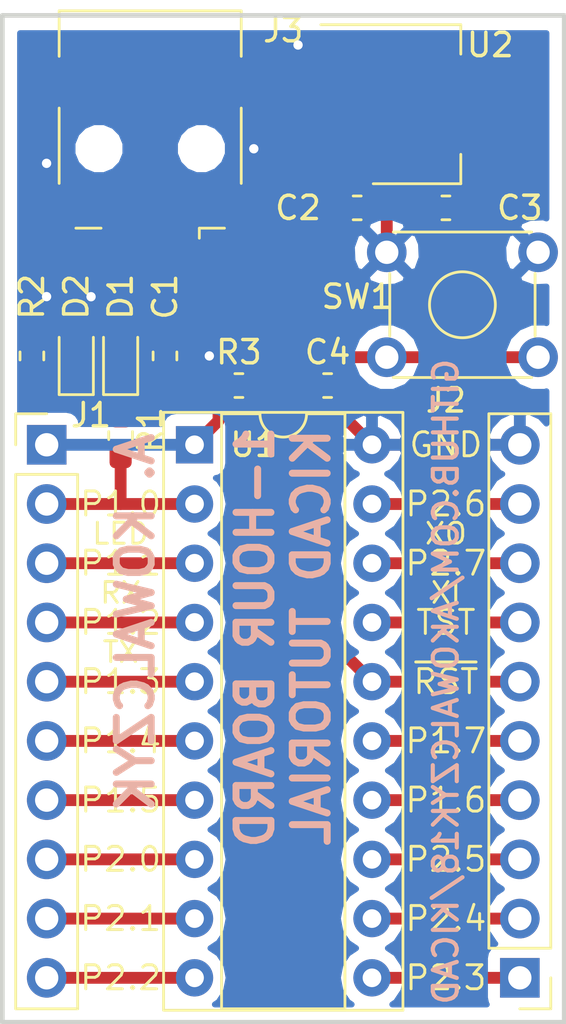
<source format=kicad_pcb>
(kicad_pcb (version 20171130) (host pcbnew "(5.0.0)")

  (general
    (thickness 1.6)
    (drawings 31)
    (tracks 93)
    (zones 0)
    (modules 15)
    (nets 27)
  )

  (page A4)
  (layers
    (0 F.Cu signal)
    (31 B.Cu signal hide)
    (32 B.Adhes user)
    (33 F.Adhes user)
    (34 B.Paste user)
    (35 F.Paste user)
    (36 B.SilkS user)
    (37 F.SilkS user)
    (38 B.Mask user)
    (39 F.Mask user)
    (40 Dwgs.User user)
    (41 Cmts.User user)
    (42 Eco1.User user)
    (43 Eco2.User user)
    (44 Edge.Cuts user)
    (45 Margin user)
    (46 B.CrtYd user)
    (47 F.CrtYd user)
    (48 B.Fab user)
    (49 F.Fab user hide)
  )

  (setup
    (last_trace_width 0.25)
    (trace_clearance 0.2)
    (zone_clearance 0.508)
    (zone_45_only no)
    (trace_min 0.2)
    (segment_width 0.2)
    (edge_width 0.15)
    (via_size 0.8)
    (via_drill 0.4)
    (via_min_size 0.4)
    (via_min_drill 0.3)
    (uvia_size 0.3)
    (uvia_drill 0.1)
    (uvias_allowed no)
    (uvia_min_size 0.2)
    (uvia_min_drill 0.1)
    (pcb_text_width 0.3)
    (pcb_text_size 1.5 1.5)
    (mod_edge_width 0.15)
    (mod_text_size 1 1)
    (mod_text_width 0.15)
    (pad_size 1.524 1.524)
    (pad_drill 0.762)
    (pad_to_mask_clearance 0)
    (aux_axis_origin 0 0)
    (visible_elements FFFFFF7F)
    (pcbplotparams
      (layerselection 0x010fc_ffffffff)
      (usegerberextensions false)
      (usegerberattributes false)
      (usegerberadvancedattributes false)
      (creategerberjobfile false)
      (excludeedgelayer true)
      (linewidth 0.100000)
      (plotframeref false)
      (viasonmask false)
      (mode 1)
      (useauxorigin false)
      (hpglpennumber 1)
      (hpglpenspeed 20)
      (hpglpendiameter 15.000000)
      (psnegative false)
      (psa4output false)
      (plotreference true)
      (plotvalue true)
      (plotinvisibletext false)
      (padsonsilk false)
      (subtractmaskfromsilk false)
      (outputformat 1)
      (mirror false)
      (drillshape 0)
      (scaleselection 1)
      (outputdirectory "Output-1hr/"))
  )

  (net 0 "")
  (net 1 +3V3)
  (net 2 GND)
  (net 3 +5V)
  (net 4 "Net-(D1-Pad1)")
  (net 5 "Net-(D2-Pad1)")
  (net 6 /P2)
  (net 7 /P3)
  (net 8 /P4)
  (net 9 /P5)
  (net 10 /P6)
  (net 11 /P7)
  (net 12 /P8)
  (net 13 /P9)
  (net 14 /P10)
  (net 15 /P19)
  (net 16 /P18)
  (net 17 /TEST)
  (net 18 /~RST)
  (net 19 /P15)
  (net 20 /P14)
  (net 21 /P13)
  (net 22 /P12)
  (net 23 /P11)
  (net 24 "Net-(J3-Pad2)")
  (net 25 "Net-(J3-Pad3)")
  (net 26 "Net-(J3-Pad4)")

  (net_class Default "This is the default net class."
    (clearance 0.2)
    (trace_width 0.25)
    (via_dia 0.8)
    (via_drill 0.4)
    (uvia_dia 0.3)
    (uvia_drill 0.1)
    (add_net +3V3)
    (add_net +5V)
    (add_net /P10)
    (add_net /P11)
    (add_net /P12)
    (add_net /P13)
    (add_net /P14)
    (add_net /P15)
    (add_net /P18)
    (add_net /P19)
    (add_net /P2)
    (add_net /P3)
    (add_net /P4)
    (add_net /P5)
    (add_net /P6)
    (add_net /P7)
    (add_net /P8)
    (add_net /P9)
    (add_net /TEST)
    (add_net /~RST)
    (add_net GND)
    (add_net "Net-(D1-Pad1)")
    (add_net "Net-(D2-Pad1)")
    (add_net "Net-(J3-Pad2)")
    (add_net "Net-(J3-Pad3)")
    (add_net "Net-(J3-Pad4)")
  )

  (module 1-Hr-Board:B3F-1000_Modified (layer F.Cu) (tedit 5C872389) (tstamp 5C889D5D)
    (at 116.205 93.345)
    (descr SW_TH_Tactile_Omron_B3F-10xx_https://www.omron.com/ecb/products/pdf/en-b3f.pdf)
    (tags "Omron B3F-10xx")
    (path /5C8C97B8)
    (fp_text reference SW1 (at -1.27 1.905) (layer F.SilkS)
      (effects (font (size 1 1) (thickness 0.15)))
    )
    (fp_text value SW_Push (at 3.2 6.5) (layer F.Fab)
      (effects (font (size 1 1) (thickness 0.15)))
    )
    (fp_line (start 0.25 5.25) (end 6.25 5.25) (layer F.Fab) (width 0.1))
    (fp_line (start 6.37 0.91) (end 6.37 3.59) (layer F.SilkS) (width 0.12))
    (fp_line (start 0.13 3.59) (end 0.13 0.91) (layer F.SilkS) (width 0.12))
    (fp_line (start 0.28 -0.87) (end 6.22 -0.87) (layer F.SilkS) (width 0.12))
    (fp_line (start 0.28 5.37) (end 6.22 5.37) (layer F.SilkS) (width 0.12))
    (fp_circle (center 3.25 2.25) (end 4.25 3.25) (layer F.SilkS) (width 0.12))
    (fp_line (start -1.1 -1.15) (end -1.1 5.6) (layer F.CrtYd) (width 0.05))
    (fp_line (start -1.1 5.6) (end 7.6 5.6) (layer F.CrtYd) (width 0.05))
    (fp_line (start 7.6 5.6) (end 7.6 -1.1) (layer F.CrtYd) (width 0.05))
    (fp_line (start 7.65 -1.15) (end -1.1 -1.15) (layer F.CrtYd) (width 0.05))
    (fp_text user %R (at 3.25 2.25) (layer F.Fab)
      (effects (font (size 1 1) (thickness 0.15)))
    )
    (fp_line (start 0.25 -0.75) (end 6.25 -0.75) (layer F.Fab) (width 0.1))
    (fp_line (start 6.25 -0.75) (end 6.25 5.25) (layer F.Fab) (width 0.1))
    (fp_line (start 0.25 -0.75) (end 0.25 5.25) (layer F.Fab) (width 0.1))
    (pad 1 thru_hole circle (at 0 0) (size 1.7 1.7) (drill 1) (layers *.Cu *.Mask)
      (net 2 GND))
    (pad 1 thru_hole circle (at 6.5 0) (size 1.7 1.7) (drill 1) (layers *.Cu *.Mask)
      (net 2 GND))
    (pad 2 thru_hole circle (at 0 4.5) (size 1.7 1.7) (drill 1) (layers *.Cu *.Mask)
      (net 18 /~RST))
    (pad 2 thru_hole circle (at 6.5 4.5) (size 1.7 1.7) (drill 1) (layers *.Cu *.Mask)
      (net 18 /~RST))
    (model ${KISYS3DMOD}/Button_Switch_THT.3dshapes/SW_TH_Tactile_Omron_B3F-10xx.wrl
      (at (xyz 0 0 0))
      (scale (xyz 1 1 1))
      (rotate (xyz 0 0 0))
    )
    (model ${KISYS3DMOD}/Button_Switch_THT.3dshapes/SW_PUSH_6mm_H5mm.step
      (at (xyz 0 0 0))
      (scale (xyz 1 1 1))
      (rotate (xyz 0 0 0))
    )
  )

  (module Capacitor_SMD:C_0603_1608Metric_Pad1.05x0.95mm_HandSolder (layer F.Cu) (tedit 5B301BBE) (tstamp 5C883CB3)
    (at 106.68 97.79 270)
    (descr "Capacitor SMD 0603 (1608 Metric), square (rectangular) end terminal, IPC_7351 nominal with elongated pad for handsoldering. (Body size source: http://www.tortai-tech.com/upload/download/2011102023233369053.pdf), generated with kicad-footprint-generator")
    (tags "capacitor handsolder")
    (path /5C89D31F)
    (attr smd)
    (fp_text reference C1 (at -2.54 0 270) (layer F.SilkS)
      (effects (font (size 1 1) (thickness 0.15)))
    )
    (fp_text value 1uF (at 0 1.43 270) (layer F.Fab)
      (effects (font (size 1 1) (thickness 0.15)))
    )
    (fp_line (start -0.8 0.4) (end -0.8 -0.4) (layer F.Fab) (width 0.1))
    (fp_line (start -0.8 -0.4) (end 0.8 -0.4) (layer F.Fab) (width 0.1))
    (fp_line (start 0.8 -0.4) (end 0.8 0.4) (layer F.Fab) (width 0.1))
    (fp_line (start 0.8 0.4) (end -0.8 0.4) (layer F.Fab) (width 0.1))
    (fp_line (start -0.171267 -0.51) (end 0.171267 -0.51) (layer F.SilkS) (width 0.12))
    (fp_line (start -0.171267 0.51) (end 0.171267 0.51) (layer F.SilkS) (width 0.12))
    (fp_line (start -1.65 0.73) (end -1.65 -0.73) (layer F.CrtYd) (width 0.05))
    (fp_line (start -1.65 -0.73) (end 1.65 -0.73) (layer F.CrtYd) (width 0.05))
    (fp_line (start 1.65 -0.73) (end 1.65 0.73) (layer F.CrtYd) (width 0.05))
    (fp_line (start 1.65 0.73) (end -1.65 0.73) (layer F.CrtYd) (width 0.05))
    (fp_text user %R (at 0 0 270) (layer F.Fab)
      (effects (font (size 0.4 0.4) (thickness 0.06)))
    )
    (pad 1 smd roundrect (at -0.875 0 270) (size 1.05 0.95) (layers F.Cu F.Paste F.Mask) (roundrect_rratio 0.25)
      (net 1 +3V3))
    (pad 2 smd roundrect (at 0.875 0 270) (size 1.05 0.95) (layers F.Cu F.Paste F.Mask) (roundrect_rratio 0.25)
      (net 2 GND))
    (model ${KISYS3DMOD}/Capacitor_SMD.3dshapes/C_0603_1608Metric.wrl
      (at (xyz 0 0 0))
      (scale (xyz 1 1 1))
      (rotate (xyz 0 0 0))
    )
  )

  (module Capacitor_SMD:C_0603_1608Metric_Pad1.05x0.95mm_HandSolder (layer F.Cu) (tedit 5B301BBE) (tstamp 5C883CC4)
    (at 114.935 91.44)
    (descr "Capacitor SMD 0603 (1608 Metric), square (rectangular) end terminal, IPC_7351 nominal with elongated pad for handsoldering. (Body size source: http://www.tortai-tech.com/upload/download/2011102023233369053.pdf), generated with kicad-footprint-generator")
    (tags "capacitor handsolder")
    (path /5C8A19FA)
    (attr smd)
    (fp_text reference C2 (at -2.54 0) (layer F.SilkS)
      (effects (font (size 1 1) (thickness 0.15)))
    )
    (fp_text value 10uF (at 0 1.43) (layer F.Fab)
      (effects (font (size 1 1) (thickness 0.15)))
    )
    (fp_text user %R (at 0 0) (layer F.Fab)
      (effects (font (size 0.4 0.4) (thickness 0.06)))
    )
    (fp_line (start 1.65 0.73) (end -1.65 0.73) (layer F.CrtYd) (width 0.05))
    (fp_line (start 1.65 -0.73) (end 1.65 0.73) (layer F.CrtYd) (width 0.05))
    (fp_line (start -1.65 -0.73) (end 1.65 -0.73) (layer F.CrtYd) (width 0.05))
    (fp_line (start -1.65 0.73) (end -1.65 -0.73) (layer F.CrtYd) (width 0.05))
    (fp_line (start -0.171267 0.51) (end 0.171267 0.51) (layer F.SilkS) (width 0.12))
    (fp_line (start -0.171267 -0.51) (end 0.171267 -0.51) (layer F.SilkS) (width 0.12))
    (fp_line (start 0.8 0.4) (end -0.8 0.4) (layer F.Fab) (width 0.1))
    (fp_line (start 0.8 -0.4) (end 0.8 0.4) (layer F.Fab) (width 0.1))
    (fp_line (start -0.8 -0.4) (end 0.8 -0.4) (layer F.Fab) (width 0.1))
    (fp_line (start -0.8 0.4) (end -0.8 -0.4) (layer F.Fab) (width 0.1))
    (pad 2 smd roundrect (at 0.875 0) (size 1.05 0.95) (layers F.Cu F.Paste F.Mask) (roundrect_rratio 0.25)
      (net 2 GND))
    (pad 1 smd roundrect (at -0.875 0) (size 1.05 0.95) (layers F.Cu F.Paste F.Mask) (roundrect_rratio 0.25)
      (net 3 +5V))
    (model ${KISYS3DMOD}/Capacitor_SMD.3dshapes/C_0603_1608Metric.wrl
      (at (xyz 0 0 0))
      (scale (xyz 1 1 1))
      (rotate (xyz 0 0 0))
    )
  )

  (module Capacitor_SMD:C_0603_1608Metric_Pad1.05x0.95mm_HandSolder (layer F.Cu) (tedit 5B301BBE) (tstamp 5C883CD5)
    (at 118.745 91.44 180)
    (descr "Capacitor SMD 0603 (1608 Metric), square (rectangular) end terminal, IPC_7351 nominal with elongated pad for handsoldering. (Body size source: http://www.tortai-tech.com/upload/download/2011102023233369053.pdf), generated with kicad-footprint-generator")
    (tags "capacitor handsolder")
    (path /5C8A1D07)
    (attr smd)
    (fp_text reference C3 (at -3.175 0 180) (layer F.SilkS)
      (effects (font (size 1 1) (thickness 0.15)))
    )
    (fp_text value 10uF (at 0 1.43 180) (layer F.Fab)
      (effects (font (size 1 1) (thickness 0.15)))
    )
    (fp_line (start -0.8 0.4) (end -0.8 -0.4) (layer F.Fab) (width 0.1))
    (fp_line (start -0.8 -0.4) (end 0.8 -0.4) (layer F.Fab) (width 0.1))
    (fp_line (start 0.8 -0.4) (end 0.8 0.4) (layer F.Fab) (width 0.1))
    (fp_line (start 0.8 0.4) (end -0.8 0.4) (layer F.Fab) (width 0.1))
    (fp_line (start -0.171267 -0.51) (end 0.171267 -0.51) (layer F.SilkS) (width 0.12))
    (fp_line (start -0.171267 0.51) (end 0.171267 0.51) (layer F.SilkS) (width 0.12))
    (fp_line (start -1.65 0.73) (end -1.65 -0.73) (layer F.CrtYd) (width 0.05))
    (fp_line (start -1.65 -0.73) (end 1.65 -0.73) (layer F.CrtYd) (width 0.05))
    (fp_line (start 1.65 -0.73) (end 1.65 0.73) (layer F.CrtYd) (width 0.05))
    (fp_line (start 1.65 0.73) (end -1.65 0.73) (layer F.CrtYd) (width 0.05))
    (fp_text user %R (at 0 0 180) (layer F.Fab)
      (effects (font (size 0.4 0.4) (thickness 0.06)))
    )
    (pad 1 smd roundrect (at -0.875 0 180) (size 1.05 0.95) (layers F.Cu F.Paste F.Mask) (roundrect_rratio 0.25)
      (net 1 +3V3))
    (pad 2 smd roundrect (at 0.875 0 180) (size 1.05 0.95) (layers F.Cu F.Paste F.Mask) (roundrect_rratio 0.25)
      (net 2 GND))
    (model ${KISYS3DMOD}/Capacitor_SMD.3dshapes/C_0603_1608Metric.wrl
      (at (xyz 0 0 0))
      (scale (xyz 1 1 1))
      (rotate (xyz 0 0 0))
    )
  )

  (module LED_SMD:LED_0603_1608Metric_Pad1.05x0.95mm_HandSolder (layer F.Cu) (tedit 5B4B45C9) (tstamp 5C883CE8)
    (at 104.775 97.79 90)
    (descr "LED SMD 0603 (1608 Metric), square (rectangular) end terminal, IPC_7351 nominal, (Body size source: http://www.tortai-tech.com/upload/download/2011102023233369053.pdf), generated with kicad-footprint-generator")
    (tags "LED handsolder")
    (path /5C89703C)
    (attr smd)
    (fp_text reference D1 (at 2.54 0 90) (layer F.SilkS)
      (effects (font (size 1 1) (thickness 0.15)))
    )
    (fp_text value LED (at 0 1.43 90) (layer F.Fab)
      (effects (font (size 1 1) (thickness 0.15)))
    )
    (fp_line (start 0.8 -0.4) (end -0.5 -0.4) (layer F.Fab) (width 0.1))
    (fp_line (start -0.5 -0.4) (end -0.8 -0.1) (layer F.Fab) (width 0.1))
    (fp_line (start -0.8 -0.1) (end -0.8 0.4) (layer F.Fab) (width 0.1))
    (fp_line (start -0.8 0.4) (end 0.8 0.4) (layer F.Fab) (width 0.1))
    (fp_line (start 0.8 0.4) (end 0.8 -0.4) (layer F.Fab) (width 0.1))
    (fp_line (start 0.8 -0.735) (end -1.66 -0.735) (layer F.SilkS) (width 0.12))
    (fp_line (start -1.66 -0.735) (end -1.66 0.735) (layer F.SilkS) (width 0.12))
    (fp_line (start -1.66 0.735) (end 0.8 0.735) (layer F.SilkS) (width 0.12))
    (fp_line (start -1.65 0.73) (end -1.65 -0.73) (layer F.CrtYd) (width 0.05))
    (fp_line (start -1.65 -0.73) (end 1.65 -0.73) (layer F.CrtYd) (width 0.05))
    (fp_line (start 1.65 -0.73) (end 1.65 0.73) (layer F.CrtYd) (width 0.05))
    (fp_line (start 1.65 0.73) (end -1.65 0.73) (layer F.CrtYd) (width 0.05))
    (fp_text user %R (at 0 0 90) (layer F.Fab)
      (effects (font (size 0.4 0.4) (thickness 0.06)))
    )
    (pad 1 smd roundrect (at -0.875 0 90) (size 1.05 0.95) (layers F.Cu F.Paste F.Mask) (roundrect_rratio 0.25)
      (net 4 "Net-(D1-Pad1)"))
    (pad 2 smd roundrect (at 0.875 0 90) (size 1.05 0.95) (layers F.Cu F.Paste F.Mask) (roundrect_rratio 0.25)
      (net 1 +3V3))
    (model ${KISYS3DMOD}/LED_SMD.3dshapes/LED_0603_1608Metric.wrl
      (at (xyz 0 0 0))
      (scale (xyz 1 1 1))
      (rotate (xyz 0 0 0))
    )
  )

  (module LED_SMD:LED_0603_1608Metric_Pad1.05x0.95mm_HandSolder (layer F.Cu) (tedit 5B4B45C9) (tstamp 5C883CFB)
    (at 102.87 97.79 90)
    (descr "LED SMD 0603 (1608 Metric), square (rectangular) end terminal, IPC_7351 nominal, (Body size source: http://www.tortai-tech.com/upload/download/2011102023233369053.pdf), generated with kicad-footprint-generator")
    (tags "LED handsolder")
    (path /5C899089)
    (attr smd)
    (fp_text reference D2 (at 2.54 0 270) (layer F.SilkS)
      (effects (font (size 1 1) (thickness 0.15)))
    )
    (fp_text value LED (at 0 1.43 90) (layer F.Fab)
      (effects (font (size 1 1) (thickness 0.15)))
    )
    (fp_text user %R (at 0 0 90) (layer F.Fab)
      (effects (font (size 0.4 0.4) (thickness 0.06)))
    )
    (fp_line (start 1.65 0.73) (end -1.65 0.73) (layer F.CrtYd) (width 0.05))
    (fp_line (start 1.65 -0.73) (end 1.65 0.73) (layer F.CrtYd) (width 0.05))
    (fp_line (start -1.65 -0.73) (end 1.65 -0.73) (layer F.CrtYd) (width 0.05))
    (fp_line (start -1.65 0.73) (end -1.65 -0.73) (layer F.CrtYd) (width 0.05))
    (fp_line (start -1.66 0.735) (end 0.8 0.735) (layer F.SilkS) (width 0.12))
    (fp_line (start -1.66 -0.735) (end -1.66 0.735) (layer F.SilkS) (width 0.12))
    (fp_line (start 0.8 -0.735) (end -1.66 -0.735) (layer F.SilkS) (width 0.12))
    (fp_line (start 0.8 0.4) (end 0.8 -0.4) (layer F.Fab) (width 0.1))
    (fp_line (start -0.8 0.4) (end 0.8 0.4) (layer F.Fab) (width 0.1))
    (fp_line (start -0.8 -0.1) (end -0.8 0.4) (layer F.Fab) (width 0.1))
    (fp_line (start -0.5 -0.4) (end -0.8 -0.1) (layer F.Fab) (width 0.1))
    (fp_line (start 0.8 -0.4) (end -0.5 -0.4) (layer F.Fab) (width 0.1))
    (pad 2 smd roundrect (at 0.875 0 90) (size 1.05 0.95) (layers F.Cu F.Paste F.Mask) (roundrect_rratio 0.25)
      (net 1 +3V3))
    (pad 1 smd roundrect (at -0.875 0 90) (size 1.05 0.95) (layers F.Cu F.Paste F.Mask) (roundrect_rratio 0.25)
      (net 5 "Net-(D2-Pad1)"))
    (model ${KISYS3DMOD}/LED_SMD.3dshapes/LED_0603_1608Metric.wrl
      (at (xyz 0 0 0))
      (scale (xyz 1 1 1))
      (rotate (xyz 0 0 0))
    )
  )

  (module Connector_PinHeader_2.54mm:PinHeader_1x10_P2.54mm_Vertical (layer F.Cu) (tedit 59FED5CC) (tstamp 5C883D19)
    (at 101.6 101.6)
    (descr "Through hole straight pin header, 1x10, 2.54mm pitch, single row")
    (tags "Through hole pin header THT 1x10 2.54mm single row")
    (path /5C884F32)
    (fp_text reference J1 (at 1.905 -1.27) (layer F.SilkS)
      (effects (font (size 1 1) (thickness 0.15)))
    )
    (fp_text value Conn_01x10 (at 0 25.19) (layer F.Fab)
      (effects (font (size 1 1) (thickness 0.15)))
    )
    (fp_line (start -0.635 -1.27) (end 1.27 -1.27) (layer F.Fab) (width 0.1))
    (fp_line (start 1.27 -1.27) (end 1.27 24.13) (layer F.Fab) (width 0.1))
    (fp_line (start 1.27 24.13) (end -1.27 24.13) (layer F.Fab) (width 0.1))
    (fp_line (start -1.27 24.13) (end -1.27 -0.635) (layer F.Fab) (width 0.1))
    (fp_line (start -1.27 -0.635) (end -0.635 -1.27) (layer F.Fab) (width 0.1))
    (fp_line (start -1.33 24.19) (end 1.33 24.19) (layer F.SilkS) (width 0.12))
    (fp_line (start -1.33 1.27) (end -1.33 24.19) (layer F.SilkS) (width 0.12))
    (fp_line (start 1.33 1.27) (end 1.33 24.19) (layer F.SilkS) (width 0.12))
    (fp_line (start -1.33 1.27) (end 1.33 1.27) (layer F.SilkS) (width 0.12))
    (fp_line (start -1.33 0) (end -1.33 -1.33) (layer F.SilkS) (width 0.12))
    (fp_line (start -1.33 -1.33) (end 0 -1.33) (layer F.SilkS) (width 0.12))
    (fp_line (start -1.8 -1.8) (end -1.8 24.65) (layer F.CrtYd) (width 0.05))
    (fp_line (start -1.8 24.65) (end 1.8 24.65) (layer F.CrtYd) (width 0.05))
    (fp_line (start 1.8 24.65) (end 1.8 -1.8) (layer F.CrtYd) (width 0.05))
    (fp_line (start 1.8 -1.8) (end -1.8 -1.8) (layer F.CrtYd) (width 0.05))
    (fp_text user %R (at 0 11.43 90) (layer F.Fab)
      (effects (font (size 1 1) (thickness 0.15)))
    )
    (pad 1 thru_hole rect (at 0 0) (size 1.7 1.7) (drill 1) (layers *.Cu *.Mask)
      (net 1 +3V3))
    (pad 2 thru_hole oval (at 0 2.54) (size 1.7 1.7) (drill 1) (layers *.Cu *.Mask)
      (net 6 /P2))
    (pad 3 thru_hole oval (at 0 5.08) (size 1.7 1.7) (drill 1) (layers *.Cu *.Mask)
      (net 7 /P3))
    (pad 4 thru_hole oval (at 0 7.62) (size 1.7 1.7) (drill 1) (layers *.Cu *.Mask)
      (net 8 /P4))
    (pad 5 thru_hole oval (at 0 10.16) (size 1.7 1.7) (drill 1) (layers *.Cu *.Mask)
      (net 9 /P5))
    (pad 6 thru_hole oval (at 0 12.7) (size 1.7 1.7) (drill 1) (layers *.Cu *.Mask)
      (net 10 /P6))
    (pad 7 thru_hole oval (at 0 15.24) (size 1.7 1.7) (drill 1) (layers *.Cu *.Mask)
      (net 11 /P7))
    (pad 8 thru_hole oval (at 0 17.78) (size 1.7 1.7) (drill 1) (layers *.Cu *.Mask)
      (net 12 /P8))
    (pad 9 thru_hole oval (at 0 20.32) (size 1.7 1.7) (drill 1) (layers *.Cu *.Mask)
      (net 13 /P9))
    (pad 10 thru_hole oval (at 0 22.86) (size 1.7 1.7) (drill 1) (layers *.Cu *.Mask)
      (net 14 /P10))
    (model ${KISYS3DMOD}/Connector_PinHeader_2.54mm.3dshapes/PinHeader_1x10_P2.54mm_Vertical.wrl
      (offset (xyz 0 0 -1.777999973297119))
      (scale (xyz 1 1 1))
      (rotate (xyz 0 180 0))
    )
  )

  (module Connector_PinHeader_2.54mm:PinHeader_1x10_P2.54mm_Vertical (layer F.Cu) (tedit 59FED5CC) (tstamp 5C883D37)
    (at 121.92 124.46 180)
    (descr "Through hole straight pin header, 1x10, 2.54mm pitch, single row")
    (tags "Through hole pin header THT 1x10 2.54mm single row")
    (path /5C8851F3)
    (fp_text reference J2 (at 3.175 24.765 180) (layer F.SilkS)
      (effects (font (size 1 1) (thickness 0.15)))
    )
    (fp_text value Conn_01x10 (at 0 25.19 180) (layer F.Fab)
      (effects (font (size 1 1) (thickness 0.15)))
    )
    (fp_text user %R (at 0 11.43 270) (layer F.Fab)
      (effects (font (size 1 1) (thickness 0.15)))
    )
    (fp_line (start 1.8 -1.8) (end -1.8 -1.8) (layer F.CrtYd) (width 0.05))
    (fp_line (start 1.8 24.65) (end 1.8 -1.8) (layer F.CrtYd) (width 0.05))
    (fp_line (start -1.8 24.65) (end 1.8 24.65) (layer F.CrtYd) (width 0.05))
    (fp_line (start -1.8 -1.8) (end -1.8 24.65) (layer F.CrtYd) (width 0.05))
    (fp_line (start -1.33 -1.33) (end 0 -1.33) (layer F.SilkS) (width 0.12))
    (fp_line (start -1.33 0) (end -1.33 -1.33) (layer F.SilkS) (width 0.12))
    (fp_line (start -1.33 1.27) (end 1.33 1.27) (layer F.SilkS) (width 0.12))
    (fp_line (start 1.33 1.27) (end 1.33 24.19) (layer F.SilkS) (width 0.12))
    (fp_line (start -1.33 1.27) (end -1.33 24.19) (layer F.SilkS) (width 0.12))
    (fp_line (start -1.33 24.19) (end 1.33 24.19) (layer F.SilkS) (width 0.12))
    (fp_line (start -1.27 -0.635) (end -0.635 -1.27) (layer F.Fab) (width 0.1))
    (fp_line (start -1.27 24.13) (end -1.27 -0.635) (layer F.Fab) (width 0.1))
    (fp_line (start 1.27 24.13) (end -1.27 24.13) (layer F.Fab) (width 0.1))
    (fp_line (start 1.27 -1.27) (end 1.27 24.13) (layer F.Fab) (width 0.1))
    (fp_line (start -0.635 -1.27) (end 1.27 -1.27) (layer F.Fab) (width 0.1))
    (pad 10 thru_hole oval (at 0 22.86 180) (size 1.7 1.7) (drill 1) (layers *.Cu *.Mask)
      (net 2 GND))
    (pad 9 thru_hole oval (at 0 20.32 180) (size 1.7 1.7) (drill 1) (layers *.Cu *.Mask)
      (net 15 /P19))
    (pad 8 thru_hole oval (at 0 17.78 180) (size 1.7 1.7) (drill 1) (layers *.Cu *.Mask)
      (net 16 /P18))
    (pad 7 thru_hole oval (at 0 15.24 180) (size 1.7 1.7) (drill 1) (layers *.Cu *.Mask)
      (net 17 /TEST))
    (pad 6 thru_hole oval (at 0 12.7 180) (size 1.7 1.7) (drill 1) (layers *.Cu *.Mask)
      (net 18 /~RST))
    (pad 5 thru_hole oval (at 0 10.16 180) (size 1.7 1.7) (drill 1) (layers *.Cu *.Mask)
      (net 19 /P15))
    (pad 4 thru_hole oval (at 0 7.62 180) (size 1.7 1.7) (drill 1) (layers *.Cu *.Mask)
      (net 20 /P14))
    (pad 3 thru_hole oval (at 0 5.08 180) (size 1.7 1.7) (drill 1) (layers *.Cu *.Mask)
      (net 21 /P13))
    (pad 2 thru_hole oval (at 0 2.54 180) (size 1.7 1.7) (drill 1) (layers *.Cu *.Mask)
      (net 22 /P12))
    (pad 1 thru_hole rect (at 0 0 180) (size 1.7 1.7) (drill 1) (layers *.Cu *.Mask)
      (net 23 /P11))
    (model ${KISYS3DMOD}/Connector_PinHeader_2.54mm.3dshapes/PinHeader_1x10_P2.54mm_Vertical.wrl
      (offset (xyz 0 0 -1.777999973297119))
      (scale (xyz 1 1 1))
      (rotate (xyz 0 180 0))
    )
  )

  (module 1-Hr-Board:USB_CUI_UJ2-MBH-1-SMT-TR (layer F.Cu) (tedit 5C87078A) (tstamp 5C883D69)
    (at 106.045 88.9 180)
    (descr "USB Mini-B 5-pin SMD connector, http://downloads.lumberg.com/datenblaetter/en/2486_01.pdf")
    (tags "USB USB_B USB_Mini connector")
    (path /5C8AA61B)
    (attr smd)
    (fp_text reference J3 (at -5.715 5.08 180) (layer F.SilkS)
      (effects (font (size 1 1) (thickness 0.15)))
    )
    (fp_text value USB_B_Mini (at 0 7.5 180) (layer F.Fab)
      (effects (font (size 1 1) (thickness 0.15)))
    )
    (fp_line (start 2.35 -4.9) (end -2.35 -4.9) (layer F.CrtYd) (width 0.05))
    (fp_line (start 2.35 -3.95) (end 2.35 -4.9) (layer F.CrtYd) (width 0.05))
    (fp_line (start 4.35 1.5) (end 5.95 1.5) (layer F.CrtYd) (width 0.05))
    (fp_line (start 4.35 4.2) (end 5.95 4.2) (layer F.CrtYd) (width 0.05))
    (fp_line (start 4.35 6.35) (end 4.35 4.2) (layer F.CrtYd) (width 0.05))
    (fp_line (start 3.91 5.91) (end -3.91 5.91) (layer F.SilkS) (width 0.12))
    (fp_line (start -1.6 -2.85) (end -1.25 -3.35) (layer F.Fab) (width 0.1))
    (fp_line (start -2.11 -3.41) (end -2.11 -3.84) (layer F.SilkS) (width 0.12))
    (fp_text user %R (at 0 1.6) (layer F.Fab)
      (effects (font (size 1 1) (thickness 0.15)))
    )
    (fp_line (start 3.91 5.91) (end 3.91 3.96) (layer F.SilkS) (width 0.12))
    (fp_line (start 3.91 1.74) (end 3.91 -1.49) (layer F.SilkS) (width 0.12))
    (fp_line (start 2.11 -3.41) (end 3.19 -3.41) (layer F.SilkS) (width 0.12))
    (fp_line (start -3.19 -3.41) (end -2.11 -3.41) (layer F.SilkS) (width 0.12))
    (fp_line (start -3.91 1.74) (end -3.91 -1.49) (layer F.SilkS) (width 0.12))
    (fp_line (start -3.91 5.91) (end -3.91 3.96) (layer F.SilkS) (width 0.12))
    (fp_line (start 3.85 5.85) (end 3.85 -3.35) (layer F.Fab) (width 0.1))
    (fp_line (start -3.85 5.85) (end 3.85 5.85) (layer F.Fab) (width 0.1))
    (fp_line (start -3.85 -3.35) (end -3.85 5.85) (layer F.Fab) (width 0.1))
    (fp_line (start -3.85 -3.35) (end 3.85 -3.35) (layer F.Fab) (width 0.1))
    (fp_line (start -4.35 6.35) (end 4.35 6.35) (layer F.CrtYd) (width 0.05))
    (fp_line (start 5.95 -3.95) (end 2.35 -3.95) (layer F.CrtYd) (width 0.05))
    (fp_line (start 5.95 1.5) (end 5.95 4.2) (layer F.CrtYd) (width 0.05))
    (fp_line (start -1.95 -3.35) (end -1.6 -2.85) (layer F.Fab) (width 0.1))
    (fp_line (start 4.35 -1.25) (end 4.35 1.5) (layer F.CrtYd) (width 0.05))
    (fp_line (start 4.35 -1.25) (end 5.95 -1.25) (layer F.CrtYd) (width 0.05))
    (fp_line (start 5.95 -3.95) (end 5.95 -1.25) (layer F.CrtYd) (width 0.05))
    (fp_line (start -2.35 -3.95) (end -2.35 -4.9) (layer F.CrtYd) (width 0.05))
    (fp_line (start -5.95 -3.95) (end -2.35 -3.95) (layer F.CrtYd) (width 0.05))
    (fp_line (start -5.95 -3.95) (end -5.95 -1.25) (layer F.CrtYd) (width 0.05))
    (fp_line (start -4.35 -1.25) (end -5.95 -1.25) (layer F.CrtYd) (width 0.05))
    (fp_line (start -4.35 -1.25) (end -4.35 1.5) (layer F.CrtYd) (width 0.05))
    (fp_line (start -4.35 1.5) (end -5.95 1.5) (layer F.CrtYd) (width 0.05))
    (fp_line (start -5.95 1.5) (end -5.95 4.2) (layer F.CrtYd) (width 0.05))
    (fp_line (start -4.35 4.2) (end -5.95 4.2) (layer F.CrtYd) (width 0.05))
    (fp_line (start -4.35 6.35) (end -4.35 4.2) (layer F.CrtYd) (width 0.05))
    (pad 1 smd rect (at -1.6 -3.556 180) (size 0.5 2) (layers F.Cu F.Paste F.Mask)
      (net 3 +5V))
    (pad 2 smd rect (at -0.8 -3.556 180) (size 0.5 2) (layers F.Cu F.Paste F.Mask)
      (net 24 "Net-(J3-Pad2)"))
    (pad 3 smd rect (at 0 -3.556 180) (size 0.5 2) (layers F.Cu F.Paste F.Mask)
      (net 25 "Net-(J3-Pad3)"))
    (pad 4 smd rect (at 0.8 -3.556 180) (size 0.5 2) (layers F.Cu F.Paste F.Mask)
      (net 26 "Net-(J3-Pad4)"))
    (pad 5 smd rect (at 1.6 -3.556 180) (size 0.5 2) (layers F.Cu F.Paste F.Mask)
      (net 2 GND))
    (pad 6 smd rect (at -4.45 -2.6 180) (size 2 1.7) (layers F.Cu F.Paste F.Mask)
      (net 2 GND))
    (pad 6 smd rect (at -4.45 2.85 180) (size 2 1.7) (layers F.Cu F.Paste F.Mask)
      (net 2 GND))
    (pad 6 smd rect (at 4.45 -2.6 180) (size 2 1.7) (layers F.Cu F.Paste F.Mask)
      (net 2 GND))
    (pad 6 smd rect (at 4.45 2.85 180) (size 2 1.7) (layers F.Cu F.Paste F.Mask)
      (net 2 GND))
    (pad "" np_thru_hole circle (at -2.2 0 180) (size 1 1) (drill 1) (layers *.Cu *.Mask))
    (pad "" np_thru_hole circle (at 2.2 0 180) (size 1 1) (drill 1) (layers *.Cu *.Mask))
    (model ${KISYS3DMOD}/Connector_USB.3dshapes/USB_Mini-B_Lumberg_2486_01_Horizontal.wrl
      (at (xyz 0 0 0))
      (scale (xyz 1 1 1))
      (rotate (xyz 0 0 0))
    )
  )

  (module Resistor_SMD:R_0603_1608Metric_Pad1.05x0.95mm_HandSolder (layer F.Cu) (tedit 5B301BBD) (tstamp 5C883D7A)
    (at 104.775 101.205 270)
    (descr "Resistor SMD 0603 (1608 Metric), square (rectangular) end terminal, IPC_7351 nominal with elongated pad for handsoldering. (Body size source: http://www.tortai-tech.com/upload/download/2011102023233369053.pdf), generated with kicad-footprint-generator")
    (tags "resistor handsolder")
    (path /5C884714)
    (attr smd)
    (fp_text reference R1 (at -0.24 -1.27 90) (layer F.SilkS)
      (effects (font (size 1 1) (thickness 0.15)))
    )
    (fp_text value R_US (at 0 1.43 270) (layer F.Fab)
      (effects (font (size 1 1) (thickness 0.15)))
    )
    (fp_line (start -0.8 0.4) (end -0.8 -0.4) (layer F.Fab) (width 0.1))
    (fp_line (start -0.8 -0.4) (end 0.8 -0.4) (layer F.Fab) (width 0.1))
    (fp_line (start 0.8 -0.4) (end 0.8 0.4) (layer F.Fab) (width 0.1))
    (fp_line (start 0.8 0.4) (end -0.8 0.4) (layer F.Fab) (width 0.1))
    (fp_line (start -0.171267 -0.51) (end 0.171267 -0.51) (layer F.SilkS) (width 0.12))
    (fp_line (start -0.171267 0.51) (end 0.171267 0.51) (layer F.SilkS) (width 0.12))
    (fp_line (start -1.65 0.73) (end -1.65 -0.73) (layer F.CrtYd) (width 0.05))
    (fp_line (start -1.65 -0.73) (end 1.65 -0.73) (layer F.CrtYd) (width 0.05))
    (fp_line (start 1.65 -0.73) (end 1.65 0.73) (layer F.CrtYd) (width 0.05))
    (fp_line (start 1.65 0.73) (end -1.65 0.73) (layer F.CrtYd) (width 0.05))
    (fp_text user %R (at 0 0 270) (layer F.Fab)
      (effects (font (size 0.4 0.4) (thickness 0.06)))
    )
    (pad 1 smd roundrect (at -0.875 0 270) (size 1.05 0.95) (layers F.Cu F.Paste F.Mask) (roundrect_rratio 0.25)
      (net 4 "Net-(D1-Pad1)"))
    (pad 2 smd roundrect (at 0.875 0 270) (size 1.05 0.95) (layers F.Cu F.Paste F.Mask) (roundrect_rratio 0.25)
      (net 6 /P2))
    (model ${KISYS3DMOD}/Resistor_SMD.3dshapes/R_0603_1608Metric.wrl
      (at (xyz 0 0 0))
      (scale (xyz 1 1 1))
      (rotate (xyz 0 0 0))
    )
  )

  (module Resistor_SMD:R_0603_1608Metric_Pad1.05x0.95mm_HandSolder (layer F.Cu) (tedit 5B301BBD) (tstamp 5C883D8B)
    (at 100.965 97.79 90)
    (descr "Resistor SMD 0603 (1608 Metric), square (rectangular) end terminal, IPC_7351 nominal with elongated pad for handsoldering. (Body size source: http://www.tortai-tech.com/upload/download/2011102023233369053.pdf), generated with kicad-footprint-generator")
    (tags "resistor handsolder")
    (path /5C899083)
    (attr smd)
    (fp_text reference R2 (at 2.54 0 270) (layer F.SilkS)
      (effects (font (size 1 1) (thickness 0.15)))
    )
    (fp_text value R_US (at 0 1.43 90) (layer F.Fab)
      (effects (font (size 1 1) (thickness 0.15)))
    )
    (fp_line (start -0.8 0.4) (end -0.8 -0.4) (layer F.Fab) (width 0.1))
    (fp_line (start -0.8 -0.4) (end 0.8 -0.4) (layer F.Fab) (width 0.1))
    (fp_line (start 0.8 -0.4) (end 0.8 0.4) (layer F.Fab) (width 0.1))
    (fp_line (start 0.8 0.4) (end -0.8 0.4) (layer F.Fab) (width 0.1))
    (fp_line (start -0.171267 -0.51) (end 0.171267 -0.51) (layer F.SilkS) (width 0.12))
    (fp_line (start -0.171267 0.51) (end 0.171267 0.51) (layer F.SilkS) (width 0.12))
    (fp_line (start -1.65 0.73) (end -1.65 -0.73) (layer F.CrtYd) (width 0.05))
    (fp_line (start -1.65 -0.73) (end 1.65 -0.73) (layer F.CrtYd) (width 0.05))
    (fp_line (start 1.65 -0.73) (end 1.65 0.73) (layer F.CrtYd) (width 0.05))
    (fp_line (start 1.65 0.73) (end -1.65 0.73) (layer F.CrtYd) (width 0.05))
    (fp_text user %R (at 0 0 90) (layer F.Fab)
      (effects (font (size 0.4 0.4) (thickness 0.06)))
    )
    (pad 1 smd roundrect (at -0.875 0 90) (size 1.05 0.95) (layers F.Cu F.Paste F.Mask) (roundrect_rratio 0.25)
      (net 5 "Net-(D2-Pad1)"))
    (pad 2 smd roundrect (at 0.875 0 90) (size 1.05 0.95) (layers F.Cu F.Paste F.Mask) (roundrect_rratio 0.25)
      (net 2 GND))
    (model ${KISYS3DMOD}/Resistor_SMD.3dshapes/R_0603_1608Metric.wrl
      (at (xyz 0 0 0))
      (scale (xyz 1 1 1))
      (rotate (xyz 0 0 0))
    )
  )

  (module Resistor_SMD:R_0603_1608Metric_Pad1.05x0.95mm_HandSolder (layer F.Cu) (tedit 5B301BBD) (tstamp 5C883D9C)
    (at 109.855 99.06)
    (descr "Resistor SMD 0603 (1608 Metric), square (rectangular) end terminal, IPC_7351 nominal with elongated pad for handsoldering. (Body size source: http://www.tortai-tech.com/upload/download/2011102023233369053.pdf), generated with kicad-footprint-generator")
    (tags "resistor handsolder")
    (path /5C8848BE)
    (attr smd)
    (fp_text reference R3 (at 0 -1.43) (layer F.SilkS)
      (effects (font (size 1 1) (thickness 0.15)))
    )
    (fp_text value 47k (at 0 1.43) (layer F.Fab)
      (effects (font (size 1 1) (thickness 0.15)))
    )
    (fp_text user %R (at 0 0) (layer F.Fab)
      (effects (font (size 0.4 0.4) (thickness 0.06)))
    )
    (fp_line (start 1.65 0.73) (end -1.65 0.73) (layer F.CrtYd) (width 0.05))
    (fp_line (start 1.65 -0.73) (end 1.65 0.73) (layer F.CrtYd) (width 0.05))
    (fp_line (start -1.65 -0.73) (end 1.65 -0.73) (layer F.CrtYd) (width 0.05))
    (fp_line (start -1.65 0.73) (end -1.65 -0.73) (layer F.CrtYd) (width 0.05))
    (fp_line (start -0.171267 0.51) (end 0.171267 0.51) (layer F.SilkS) (width 0.12))
    (fp_line (start -0.171267 -0.51) (end 0.171267 -0.51) (layer F.SilkS) (width 0.12))
    (fp_line (start 0.8 0.4) (end -0.8 0.4) (layer F.Fab) (width 0.1))
    (fp_line (start 0.8 -0.4) (end 0.8 0.4) (layer F.Fab) (width 0.1))
    (fp_line (start -0.8 -0.4) (end 0.8 -0.4) (layer F.Fab) (width 0.1))
    (fp_line (start -0.8 0.4) (end -0.8 -0.4) (layer F.Fab) (width 0.1))
    (pad 2 smd roundrect (at 0.875 0) (size 1.05 0.95) (layers F.Cu F.Paste F.Mask) (roundrect_rratio 0.25)
      (net 18 /~RST))
    (pad 1 smd roundrect (at -0.875 0) (size 1.05 0.95) (layers F.Cu F.Paste F.Mask) (roundrect_rratio 0.25)
      (net 1 +3V3))
    (model ${KISYS3DMOD}/Resistor_SMD.3dshapes/R_0603_1608Metric.wrl
      (at (xyz 0 0 0))
      (scale (xyz 1 1 1))
      (rotate (xyz 0 0 0))
    )
  )

  (module Package_DIP:DIP-20_W7.62mm_Socket (layer F.Cu) (tedit 5A02E8C5) (tstamp 5C883DCC)
    (at 107.95 101.6)
    (descr "20-lead though-hole mounted DIP package, row spacing 7.62 mm (300 mils), Socket")
    (tags "THT DIP DIL PDIP 2.54mm 7.62mm 300mil Socket")
    (path /5C88456B)
    (fp_text reference U1 (at 2.54 0) (layer F.SilkS)
      (effects (font (size 1 1) (thickness 0.15)))
    )
    (fp_text value MSP430G2533IPW20 (at 3.81 25.19) (layer F.Fab)
      (effects (font (size 1 1) (thickness 0.15)))
    )
    (fp_arc (start 3.81 -1.33) (end 2.81 -1.33) (angle -180) (layer F.SilkS) (width 0.12))
    (fp_line (start 1.635 -1.27) (end 6.985 -1.27) (layer F.Fab) (width 0.1))
    (fp_line (start 6.985 -1.27) (end 6.985 24.13) (layer F.Fab) (width 0.1))
    (fp_line (start 6.985 24.13) (end 0.635 24.13) (layer F.Fab) (width 0.1))
    (fp_line (start 0.635 24.13) (end 0.635 -0.27) (layer F.Fab) (width 0.1))
    (fp_line (start 0.635 -0.27) (end 1.635 -1.27) (layer F.Fab) (width 0.1))
    (fp_line (start -1.27 -1.33) (end -1.27 24.19) (layer F.Fab) (width 0.1))
    (fp_line (start -1.27 24.19) (end 8.89 24.19) (layer F.Fab) (width 0.1))
    (fp_line (start 8.89 24.19) (end 8.89 -1.33) (layer F.Fab) (width 0.1))
    (fp_line (start 8.89 -1.33) (end -1.27 -1.33) (layer F.Fab) (width 0.1))
    (fp_line (start 2.81 -1.33) (end 1.16 -1.33) (layer F.SilkS) (width 0.12))
    (fp_line (start 1.16 -1.33) (end 1.16 24.19) (layer F.SilkS) (width 0.12))
    (fp_line (start 1.16 24.19) (end 6.46 24.19) (layer F.SilkS) (width 0.12))
    (fp_line (start 6.46 24.19) (end 6.46 -1.33) (layer F.SilkS) (width 0.12))
    (fp_line (start 6.46 -1.33) (end 4.81 -1.33) (layer F.SilkS) (width 0.12))
    (fp_line (start -1.33 -1.39) (end -1.33 24.25) (layer F.SilkS) (width 0.12))
    (fp_line (start -1.33 24.25) (end 8.95 24.25) (layer F.SilkS) (width 0.12))
    (fp_line (start 8.95 24.25) (end 8.95 -1.39) (layer F.SilkS) (width 0.12))
    (fp_line (start 8.95 -1.39) (end -1.33 -1.39) (layer F.SilkS) (width 0.12))
    (fp_line (start -1.55 -1.6) (end -1.55 24.45) (layer F.CrtYd) (width 0.05))
    (fp_line (start -1.55 24.45) (end 9.15 24.45) (layer F.CrtYd) (width 0.05))
    (fp_line (start 9.15 24.45) (end 9.15 -1.6) (layer F.CrtYd) (width 0.05))
    (fp_line (start 9.15 -1.6) (end -1.55 -1.6) (layer F.CrtYd) (width 0.05))
    (fp_text user %R (at 3.81 11.43) (layer F.Fab)
      (effects (font (size 1 1) (thickness 0.15)))
    )
    (pad 1 thru_hole rect (at 0 0) (size 1.6 1.6) (drill 0.8) (layers *.Cu *.Mask)
      (net 1 +3V3))
    (pad 11 thru_hole oval (at 7.62 22.86) (size 1.6 1.6) (drill 0.8) (layers *.Cu *.Mask)
      (net 23 /P11))
    (pad 2 thru_hole oval (at 0 2.54) (size 1.6 1.6) (drill 0.8) (layers *.Cu *.Mask)
      (net 6 /P2))
    (pad 12 thru_hole oval (at 7.62 20.32) (size 1.6 1.6) (drill 0.8) (layers *.Cu *.Mask)
      (net 22 /P12))
    (pad 3 thru_hole oval (at 0 5.08) (size 1.6 1.6) (drill 0.8) (layers *.Cu *.Mask)
      (net 7 /P3))
    (pad 13 thru_hole oval (at 7.62 17.78) (size 1.6 1.6) (drill 0.8) (layers *.Cu *.Mask)
      (net 21 /P13))
    (pad 4 thru_hole oval (at 0 7.62) (size 1.6 1.6) (drill 0.8) (layers *.Cu *.Mask)
      (net 8 /P4))
    (pad 14 thru_hole oval (at 7.62 15.24) (size 1.6 1.6) (drill 0.8) (layers *.Cu *.Mask)
      (net 20 /P14))
    (pad 5 thru_hole oval (at 0 10.16) (size 1.6 1.6) (drill 0.8) (layers *.Cu *.Mask)
      (net 9 /P5))
    (pad 15 thru_hole oval (at 7.62 12.7) (size 1.6 1.6) (drill 0.8) (layers *.Cu *.Mask)
      (net 19 /P15))
    (pad 6 thru_hole oval (at 0 12.7) (size 1.6 1.6) (drill 0.8) (layers *.Cu *.Mask)
      (net 10 /P6))
    (pad 16 thru_hole oval (at 7.62 10.16) (size 1.6 1.6) (drill 0.8) (layers *.Cu *.Mask)
      (net 18 /~RST))
    (pad 7 thru_hole oval (at 0 15.24) (size 1.6 1.6) (drill 0.8) (layers *.Cu *.Mask)
      (net 11 /P7))
    (pad 17 thru_hole oval (at 7.62 7.62) (size 1.6 1.6) (drill 0.8) (layers *.Cu *.Mask)
      (net 17 /TEST))
    (pad 8 thru_hole oval (at 0 17.78) (size 1.6 1.6) (drill 0.8) (layers *.Cu *.Mask)
      (net 12 /P8))
    (pad 18 thru_hole oval (at 7.62 5.08) (size 1.6 1.6) (drill 0.8) (layers *.Cu *.Mask)
      (net 16 /P18))
    (pad 9 thru_hole oval (at 0 20.32) (size 1.6 1.6) (drill 0.8) (layers *.Cu *.Mask)
      (net 13 /P9))
    (pad 19 thru_hole oval (at 7.62 2.54) (size 1.6 1.6) (drill 0.8) (layers *.Cu *.Mask)
      (net 15 /P19))
    (pad 10 thru_hole oval (at 0 22.86) (size 1.6 1.6) (drill 0.8) (layers *.Cu *.Mask)
      (net 14 /P10))
    (pad 20 thru_hole oval (at 7.62 0) (size 1.6 1.6) (drill 0.8) (layers *.Cu *.Mask)
      (net 2 GND))
    (model ${KISYS3DMOD}/Package_DIP.3dshapes/DIP-20_W7.62mm_Socket.wrl
      (at (xyz 0 0 0))
      (scale (xyz 1 1 1))
      (rotate (xyz 0 0 0))
    )
    (model ${KISYS3DMOD}/Package_DIP.3dshapes/DIP-20_W7.62mm.wrl
      (offset (xyz 0 0 4.444999933242798))
      (scale (xyz 1 1 1))
      (rotate (xyz 0 0 0))
    )
  )

  (module Package_TO_SOT_SMD:SOT-223-3_TabPin2 (layer F.Cu) (tedit 5A02FF57) (tstamp 5C883DE2)
    (at 117.475 86.995)
    (descr "module CMS SOT223 4 pins")
    (tags "CMS SOT")
    (path /5C8A4085)
    (attr smd)
    (fp_text reference U2 (at 3.175 -2.54) (layer F.SilkS)
      (effects (font (size 1 1) (thickness 0.15)))
    )
    (fp_text value AMS1117-3.3 (at 0 4.5) (layer F.Fab)
      (effects (font (size 1 1) (thickness 0.15)))
    )
    (fp_text user %R (at 0 0 90) (layer F.Fab)
      (effects (font (size 0.8 0.8) (thickness 0.12)))
    )
    (fp_line (start 1.91 3.41) (end 1.91 2.15) (layer F.SilkS) (width 0.12))
    (fp_line (start 1.91 -3.41) (end 1.91 -2.15) (layer F.SilkS) (width 0.12))
    (fp_line (start 4.4 -3.6) (end -4.4 -3.6) (layer F.CrtYd) (width 0.05))
    (fp_line (start 4.4 3.6) (end 4.4 -3.6) (layer F.CrtYd) (width 0.05))
    (fp_line (start -4.4 3.6) (end 4.4 3.6) (layer F.CrtYd) (width 0.05))
    (fp_line (start -4.4 -3.6) (end -4.4 3.6) (layer F.CrtYd) (width 0.05))
    (fp_line (start -1.85 -2.35) (end -0.85 -3.35) (layer F.Fab) (width 0.1))
    (fp_line (start -1.85 -2.35) (end -1.85 3.35) (layer F.Fab) (width 0.1))
    (fp_line (start -1.85 3.41) (end 1.91 3.41) (layer F.SilkS) (width 0.12))
    (fp_line (start -0.85 -3.35) (end 1.85 -3.35) (layer F.Fab) (width 0.1))
    (fp_line (start -4.1 -3.41) (end 1.91 -3.41) (layer F.SilkS) (width 0.12))
    (fp_line (start -1.85 3.35) (end 1.85 3.35) (layer F.Fab) (width 0.1))
    (fp_line (start 1.85 -3.35) (end 1.85 3.35) (layer F.Fab) (width 0.1))
    (pad 2 smd rect (at 3.15 0) (size 2 3.8) (layers F.Cu F.Paste F.Mask)
      (net 1 +3V3))
    (pad 2 smd rect (at -3.15 0) (size 2 1.5) (layers F.Cu F.Paste F.Mask)
      (net 1 +3V3))
    (pad 3 smd rect (at -3.15 2.3) (size 2 1.5) (layers F.Cu F.Paste F.Mask)
      (net 3 +5V))
    (pad 1 smd rect (at -3.15 -2.3) (size 2 1.5) (layers F.Cu F.Paste F.Mask)
      (net 2 GND))
    (model ${KISYS3DMOD}/Package_TO_SOT_SMD.3dshapes/SOT-223.wrl
      (at (xyz 0 0 0))
      (scale (xyz 1 1 1))
      (rotate (xyz 0 0 0))
    )
  )

  (module Capacitor_SMD:C_0603_1608Metric_Pad1.05x0.95mm_HandSolder (layer F.Cu) (tedit 5B301BBE) (tstamp 5C884BCF)
    (at 113.665 99.06)
    (descr "Capacitor SMD 0603 (1608 Metric), square (rectangular) end terminal, IPC_7351 nominal with elongated pad for handsoldering. (Body size source: http://www.tortai-tech.com/upload/download/2011102023233369053.pdf), generated with kicad-footprint-generator")
    (tags "capacitor handsolder")
    (path /5C884AB5)
    (attr smd)
    (fp_text reference C4 (at 0 -1.43) (layer F.SilkS)
      (effects (font (size 1 1) (thickness 0.15)))
    )
    (fp_text value 10nF (at 0 1.43) (layer F.Fab)
      (effects (font (size 1 1) (thickness 0.15)))
    )
    (fp_line (start -0.8 0.4) (end -0.8 -0.4) (layer F.Fab) (width 0.1))
    (fp_line (start -0.8 -0.4) (end 0.8 -0.4) (layer F.Fab) (width 0.1))
    (fp_line (start 0.8 -0.4) (end 0.8 0.4) (layer F.Fab) (width 0.1))
    (fp_line (start 0.8 0.4) (end -0.8 0.4) (layer F.Fab) (width 0.1))
    (fp_line (start -0.171267 -0.51) (end 0.171267 -0.51) (layer F.SilkS) (width 0.12))
    (fp_line (start -0.171267 0.51) (end 0.171267 0.51) (layer F.SilkS) (width 0.12))
    (fp_line (start -1.65 0.73) (end -1.65 -0.73) (layer F.CrtYd) (width 0.05))
    (fp_line (start -1.65 -0.73) (end 1.65 -0.73) (layer F.CrtYd) (width 0.05))
    (fp_line (start 1.65 -0.73) (end 1.65 0.73) (layer F.CrtYd) (width 0.05))
    (fp_line (start 1.65 0.73) (end -1.65 0.73) (layer F.CrtYd) (width 0.05))
    (fp_text user %R (at 0 0 90) (layer F.Fab)
      (effects (font (size 0.4 0.4) (thickness 0.06)))
    )
    (pad 1 smd roundrect (at -0.875 0) (size 1.05 0.95) (layers F.Cu F.Paste F.Mask) (roundrect_rratio 0.25)
      (net 18 /~RST))
    (pad 2 smd roundrect (at 0.875 0) (size 1.05 0.95) (layers F.Cu F.Paste F.Mask) (roundrect_rratio 0.25)
      (net 2 GND))
    (model ${KISYS3DMOD}/Capacitor_SMD.3dshapes/C_0603_1608Metric.wrl
      (at (xyz 0 0 0))
      (scale (xyz 1 1 1))
      (rotate (xyz 0 0 0))
    )
  )

  (gr_text "A. KOWALCZYK" (at 105.41 109.22 90) (layer B.SilkS)
    (effects (font (size 1.5 1.5) (thickness 0.3)) (justify mirror))
  )
  (gr_text GITHUB.COM/AKOWALCZYK18/KICAD (at 118.745 111.76 90) (layer B.SilkS)
    (effects (font (size 1.03 1.03) (thickness 0.1778)) (justify mirror))
  )
  (gr_text "1-HOUR BOARD\nKICAD TUTORIAL" (at 111.76 109.855 90) (layer B.SilkS)
    (effects (font (size 1.5 1.5) (thickness 0.3)) (justify mirror))
  )
  (gr_text XI (at 118.745 107.95) (layer F.SilkS) (tstamp 5C886BF5)
    (effects (font (size 0.8904 0.8904) (thickness 0.127)))
  )
  (gr_text XO (at 118.745 105.41) (layer F.SilkS) (tstamp 5C886BF3)
    (effects (font (size 0.8904 0.8904) (thickness 0.127)))
  )
  (gr_text TX (at 104.775 110.49) (layer F.SilkS) (tstamp 5C886B7D)
    (effects (font (size 0.8904 0.8904) (thickness 0.127)))
  )
  (gr_text RX (at 104.775 107.95) (layer F.SilkS) (tstamp 5C886B7D)
    (effects (font (size 0.8904 0.8904) (thickness 0.127)))
  )
  (gr_text LED (at 104.775 105.41) (layer F.SilkS) (tstamp 5C886B7D)
    (effects (font (size 0.903 0.8904) (thickness 0.127)))
  )
  (gr_text P2.3 (at 118.745 124.46) (layer F.SilkS) (tstamp 5C886B7D)
    (effects (font (size 1.03 1.03) (thickness 0.127)))
  )
  (gr_text P1.0 (at 104.775 104.14) (layer F.SilkS) (tstamp 5C886BA8)
    (effects (font (size 1.03 1.03) (thickness 0.127)))
  )
  (gr_text P1.1 (at 104.775 106.68) (layer F.SilkS) (tstamp 5C886BA7)
    (effects (font (size 1.03 1.03) (thickness 0.127)))
  )
  (gr_text P2.2 (at 104.775 124.46) (layer F.SilkS) (tstamp 5C886BA6)
    (effects (font (size 1.03 1.03) (thickness 0.127)))
  )
  (gr_text P1.5 (at 104.775 116.84) (layer F.SilkS) (tstamp 5C886BA5)
    (effects (font (size 1.03 1.03) (thickness 0.127)))
  )
  (gr_text P1.3 (at 104.775 111.76) (layer F.SilkS) (tstamp 5C886BA4)
    (effects (font (size 1.03 1.03) (thickness 0.127)))
  )
  (gr_text P1.2 (at 104.775 109.22) (layer F.SilkS) (tstamp 5C886BA3)
    (effects (font (size 1.03 1.03) (thickness 0.127)))
  )
  (gr_text P1.4 (at 104.775 114.3) (layer F.SilkS) (tstamp 5C886BA2)
    (effects (font (size 1.03 1.03) (thickness 0.127)))
  )
  (gr_text P2.1 (at 104.775 121.92) (layer F.SilkS) (tstamp 5C886BA1)
    (effects (font (size 1.03 1.03) (thickness 0.127)))
  )
  (gr_text P2.0 (at 104.775 119.38) (layer F.SilkS) (tstamp 5C886BA0)
    (effects (font (size 1.03 1.03) (thickness 0.127)))
  )
  (gr_text P2.5 (at 118.745 119.38) (layer F.SilkS) (tstamp 5C886B94)
    (effects (font (size 1.03 1.03) (thickness 0.127)))
  )
  (gr_text P2.4 (at 118.745 121.92) (layer F.SilkS) (tstamp 5C886B93)
    (effects (font (size 1.03 1.03) (thickness 0.127)))
  )
  (gr_text P1.7 (at 118.745 114.3) (layer F.SilkS) (tstamp 5C886B90)
    (effects (font (size 1.03 1.03) (thickness 0.127)))
  )
  (gr_text P1.6 (at 118.745 116.84) (layer F.SilkS) (tstamp 5C886B8F)
    (effects (font (size 1.03 1.03) (thickness 0.127)))
  )
  (gr_text TST (at 118.745 109.22) (layer F.SilkS) (tstamp 5C886B8C)
    (effects (font (size 1.03 1.03) (thickness 0.127)))
  )
  (gr_text ~RST (at 118.745 111.76) (layer F.SilkS) (tstamp 5C886B8B)
    (effects (font (size 1.03 1.03) (thickness 0.127)))
  )
  (gr_text P2.7 (at 118.745 106.68) (layer F.SilkS) (tstamp 5C886B7D)
    (effects (font (size 1.03 1.03) (thickness 0.127)))
  )
  (gr_text P2.6 (at 118.745 104.14) (layer F.SilkS) (tstamp 5C886B7D)
    (effects (font (size 1.03 1.03) (thickness 0.127)))
  )
  (gr_text GND (at 118.745 101.6) (layer F.SilkS)
    (effects (font (size 1.03 1.03) (thickness 0.127)))
  )
  (gr_line (start 99.695 83.185) (end 99.695 126.365) (layer Edge.Cuts) (width 0.2))
  (gr_line (start 123.825 83.185) (end 99.695 83.185) (layer Edge.Cuts) (width 0.2))
  (gr_line (start 123.825 126.365) (end 123.825 83.185) (layer Edge.Cuts) (width 0.2))
  (gr_line (start 99.695 126.365) (end 123.825 126.365) (layer Edge.Cuts) (width 0.2))

  (segment (start 102.87 96.915) (end 104.775 96.915) (width 0.508) (layer F.Cu) (net 1))
  (segment (start 106.68 96.915) (end 104.775 96.915) (width 0.508) (layer F.Cu) (net 1))
  (segment (start 108.98 100.57) (end 107.95 101.6) (width 0.508) (layer F.Cu) (net 1))
  (segment (start 108.98 99.06) (end 108.98 100.57) (width 0.508) (layer F.Cu) (net 1))
  (segment (start 101.6 101.6) (end 107.95 101.6) (width 0.508) (layer B.Cu) (net 1))
  (segment (start 106.68 96.915) (end 106.835 96.915) (width 0.508) (layer F.Cu) (net 1))
  (segment (start 119.117 86.995) (end 114.325 86.995) (width 0.508) (layer F.Cu) (net 1))
  (segment (start 120.625 86.995) (end 119.117 86.995) (width 0.508) (layer F.Cu) (net 1))
  (segment (start 120.625 90.435) (end 119.62 91.44) (width 0.508) (layer F.Cu) (net 1))
  (segment (start 120.625 86.995) (end 120.625 90.435) (width 0.508) (layer F.Cu) (net 1))
  (segment (start 119.62 93.74) (end 119.62 91.44) (width 0.508) (layer F.Cu) (net 1))
  (segment (start 118.11 95.25) (end 119.62 93.74) (width 0.508) (layer F.Cu) (net 1))
  (segment (start 114.935 95.25) (end 118.11 95.25) (width 0.508) (layer F.Cu) (net 1))
  (segment (start 113.769072 96.415928) (end 114.935 95.25) (width 0.508) (layer F.Cu) (net 1))
  (segment (start 106.68 96.915) (end 107.179072 96.415928) (width 0.508) (layer F.Cu) (net 1))
  (segment (start 107.179072 96.415928) (end 109.855 96.415928) (width 0.508) (layer F.Cu) (net 1))
  (segment (start 109.855 96.415928) (end 113.769072 96.415928) (width 0.508) (layer F.Cu) (net 1))
  (segment (start 109.855 97.79) (end 109.855 96.415928) (width 0.508) (layer F.Cu) (net 1))
  (segment (start 109.22 98.425) (end 109.855 97.79) (width 0.508) (layer F.Cu) (net 1))
  (segment (start 108.98 99.06) (end 109.22 98.82) (width 0.508) (layer F.Cu) (net 1))
  (segment (start 109.22 98.82) (end 109.22 98.425) (width 0.508) (layer F.Cu) (net 1))
  (segment (start 121.92 101.6) (end 115.57 101.6) (width 0.508) (layer F.Cu) (net 2))
  (segment (start 114.54 100.57) (end 115.57 101.6) (width 0.508) (layer F.Cu) (net 2))
  (segment (start 114.54 99.06) (end 114.54 100.57) (width 0.508) (layer F.Cu) (net 2))
  (segment (start 101.595 92.77) (end 101.595 95.245) (width 0.508) (layer F.Cu) (net 2))
  (via (at 101.595 95.245) (size 0.8) (drill 0.4) (layers F.Cu B.Cu) (net 2))
  (segment (start 100.965 95.875) (end 101.595 95.245) (width 0.508) (layer F.Cu) (net 2))
  (segment (start 100.965 96.915) (end 100.965 95.875) (width 0.508) (layer F.Cu) (net 2))
  (via (at 103.505 95.25) (size 0.8) (drill 0.4) (layers F.Cu B.Cu) (net 2))
  (segment (start 101.595 87.32) (end 101.595 89.53) (width 0.508) (layer F.Cu) (net 2))
  (via (at 101.595 89.53) (size 0.8) (drill 0.4) (layers F.Cu B.Cu) (net 2))
  (segment (start 101.595 92.77) (end 101.595 89.53) (width 0.508) (layer F.Cu) (net 2))
  (via (at 108.585 97.79) (size 0.8) (drill 0.4) (layers F.Cu B.Cu) (net 2))
  (segment (start 107.95 97.79) (end 108.585 97.79) (width 0.508) (layer F.Cu) (net 2))
  (segment (start 106.68 98.665) (end 107.075 98.665) (width 0.508) (layer F.Cu) (net 2))
  (segment (start 107.075 98.665) (end 107.95 97.79) (width 0.508) (layer F.Cu) (net 2))
  (segment (start 104.445 94.31) (end 103.505 95.25) (width 0.508) (layer F.Cu) (net 2))
  (segment (start 104.445 92.456) (end 104.445 94.31) (width 0.508) (layer F.Cu) (net 2))
  (segment (start 110.495 91.5) (end 110.495 88.905) (width 0.508) (layer F.Cu) (net 2))
  (via (at 110.495 88.905) (size 0.8) (drill 0.4) (layers F.Cu B.Cu) (net 2))
  (segment (start 110.495 86.05) (end 110.495 88.905) (width 0.508) (layer F.Cu) (net 2))
  (segment (start 110.495 84.692) (end 110.732 84.455) (width 0.508) (layer F.Cu) (net 2))
  (segment (start 110.495 86.05) (end 110.495 84.692) (width 0.508) (layer F.Cu) (net 2))
  (via (at 112.395 84.455) (size 0.8) (drill 0.4) (layers F.Cu B.Cu) (net 2))
  (segment (start 110.732 84.455) (end 112.395 84.455) (width 0.508) (layer F.Cu) (net 2))
  (segment (start 114.3 84.455) (end 112.395 84.455) (width 0.508) (layer B.Cu) (net 2))
  (segment (start 112.635 84.695) (end 112.395 84.455) (width 0.508) (layer F.Cu) (net 2))
  (segment (start 114.325 84.695) (end 112.635 84.695) (width 0.508) (layer F.Cu) (net 2))
  (segment (start 117.87 91.44) (end 115.81 91.44) (width 0.508) (layer F.Cu) (net 2))
  (segment (start 116.205 91.835) (end 115.81 91.44) (width 0.508) (layer F.Cu) (net 2))
  (segment (start 116.205 93.345) (end 116.205 91.835) (width 0.508) (layer F.Cu) (net 2))
  (segment (start 101.595 87.32) (end 101.595 86.05) (width 0.508) (layer F.Cu) (net 2))
  (segment (start 114.325 91.175) (end 114.06 91.44) (width 0.508) (layer F.Cu) (net 3))
  (segment (start 114.06 89.56) (end 114.325 89.295) (width 0.508) (layer F.Cu) (net 3))
  (segment (start 114.06 91.44) (end 114.06 89.56) (width 0.508) (layer F.Cu) (net 3))
  (segment (start 114.06 92.95) (end 114.06 91.44) (width 0.508) (layer F.Cu) (net 3))
  (segment (start 113.03 93.98) (end 114.06 92.95) (width 0.508) (layer F.Cu) (net 3))
  (segment (start 108.585 93.98) (end 113.03 93.98) (width 0.508) (layer F.Cu) (net 3))
  (segment (start 107.645 92.456) (end 107.645 93.04) (width 0.508) (layer F.Cu) (net 3))
  (segment (start 107.645 93.04) (end 108.585 93.98) (width 0.508) (layer F.Cu) (net 3))
  (segment (start 104.775 98.665) (end 104.775 100.33) (width 0.508) (layer F.Cu) (net 4))
  (segment (start 100.965 98.665) (end 102.87 98.665) (width 0.508) (layer F.Cu) (net 5))
  (segment (start 104.775 102.08) (end 104.775 104.14) (width 0.508) (layer F.Cu) (net 6))
  (segment (start 101.6 104.14) (end 104.775 104.14) (width 0.508) (layer F.Cu) (net 6))
  (segment (start 104.775 104.14) (end 107.95 104.14) (width 0.508) (layer F.Cu) (net 6))
  (segment (start 101.6 106.68) (end 107.95 106.68) (width 0.508) (layer F.Cu) (net 7))
  (segment (start 101.6 109.22) (end 107.95 109.22) (width 0.508) (layer F.Cu) (net 8))
  (segment (start 101.6 111.76) (end 107.95 111.76) (width 0.508) (layer F.Cu) (net 9))
  (segment (start 107.95 114.3) (end 101.6 114.3) (width 0.508) (layer F.Cu) (net 10))
  (segment (start 101.6 116.84) (end 107.95 116.84) (width 0.508) (layer F.Cu) (net 11))
  (segment (start 106.81863 119.38) (end 101.6 119.38) (width 0.508) (layer F.Cu) (net 12))
  (segment (start 107.95 119.38) (end 106.81863 119.38) (width 0.508) (layer F.Cu) (net 12))
  (segment (start 101.6 121.92) (end 107.95 121.92) (width 0.508) (layer F.Cu) (net 13))
  (segment (start 107.95 124.46) (end 101.6 124.46) (width 0.508) (layer F.Cu) (net 14))
  (segment (start 121.92 104.14) (end 115.57 104.14) (width 0.508) (layer F.Cu) (net 15))
  (segment (start 121.92 106.68) (end 115.57 106.68) (width 0.508) (layer F.Cu) (net 16))
  (segment (start 121.92 109.22) (end 115.57 109.22) (width 0.508) (layer F.Cu) (net 17))
  (segment (start 115.57 111.76) (end 121.92 111.76) (width 0.508) (layer F.Cu) (net 18))
  (segment (start 110.73 99.06) (end 112.79 99.06) (width 0.508) (layer F.Cu) (net 18))
  (segment (start 110.73 99.935) (end 110.73 99.06) (width 0.508) (layer F.Cu) (net 18))
  (segment (start 111.76 100.965) (end 110.73 99.935) (width 0.508) (layer F.Cu) (net 18))
  (segment (start 115.57 111.76) (end 111.76 107.95) (width 0.508) (layer F.Cu) (net 18))
  (segment (start 111.76 107.95) (end 111.76 100.965) (width 0.508) (layer F.Cu) (net 18))
  (segment (start 113.43 97.845) (end 116.205 97.845) (width 0.508) (layer F.Cu) (net 18))
  (segment (start 112.79 99.06) (end 112.79 98.485) (width 0.508) (layer F.Cu) (net 18))
  (segment (start 112.79 98.485) (end 113.43 97.845) (width 0.508) (layer F.Cu) (net 18))
  (segment (start 122.705 97.845) (end 116.205 97.845) (width 0.508) (layer F.Cu) (net 18))
  (segment (start 115.57 114.3) (end 121.92 114.3) (width 0.508) (layer F.Cu) (net 19))
  (segment (start 120.717919 116.84) (end 115.57 116.84) (width 0.508) (layer F.Cu) (net 20))
  (segment (start 121.92 116.84) (end 120.717919 116.84) (width 0.508) (layer F.Cu) (net 20))
  (segment (start 115.57 119.38) (end 121.92 119.38) (width 0.508) (layer F.Cu) (net 21))
  (segment (start 121.92 121.92) (end 115.57 121.92) (width 0.508) (layer F.Cu) (net 22))
  (segment (start 115.57 124.46) (end 121.92 124.46) (width 0.508) (layer F.Cu) (net 23))

  (zone (net 2) (net_name GND) (layer B.Cu) (tstamp 5C8912A3) (hatch edge 0.508)
    (connect_pads (clearance 0.508))
    (min_thickness 0.254)
    (fill yes (arc_segments 16) (thermal_gap 0.508) (thermal_bridge_width 0.508))
    (polygon
      (pts
        (xy 100.33 125.73) (xy 123.19 125.73) (xy 123.19 83.82) (xy 100.33 83.82)
      )
    )
    (filled_polygon
      (pts
        (xy 123.063 91.895178) (xy 122.933721 91.848282) (xy 122.343542 91.874685) (xy 121.92092 92.049741) (xy 121.840647 92.301042)
        (xy 122.705 93.165395) (xy 122.719143 93.151253) (xy 122.898748 93.330858) (xy 122.884605 93.345) (xy 122.898748 93.359143)
        (xy 122.719143 93.538748) (xy 122.705 93.524605) (xy 121.840647 94.388958) (xy 121.92092 94.640259) (xy 122.476279 94.841718)
        (xy 123.063 94.81547) (xy 123.063 96.385936) (xy 123.000385 96.36) (xy 122.409615 96.36) (xy 121.863815 96.586078)
        (xy 121.446078 97.003815) (xy 121.22 97.549615) (xy 121.22 98.140385) (xy 121.446078 98.686185) (xy 121.863815 99.103922)
        (xy 122.409615 99.33) (xy 123.000385 99.33) (xy 123.063 99.304064) (xy 123.063 100.691914) (xy 122.801358 100.404817)
        (xy 122.276892 100.158514) (xy 122.047 100.279181) (xy 122.047 101.473) (xy 122.067 101.473) (xy 122.067 101.727)
        (xy 122.047 101.727) (xy 122.047 101.747) (xy 121.793 101.747) (xy 121.793 101.727) (xy 120.599845 101.727)
        (xy 120.478524 101.95689) (xy 120.648355 102.366924) (xy 121.038642 102.795183) (xy 121.168478 102.856157) (xy 120.849375 103.069375)
        (xy 120.521161 103.560582) (xy 120.405908 104.14) (xy 120.521161 104.719418) (xy 120.849375 105.210625) (xy 121.147761 105.41)
        (xy 120.849375 105.609375) (xy 120.521161 106.100582) (xy 120.405908 106.68) (xy 120.521161 107.259418) (xy 120.849375 107.750625)
        (xy 121.147761 107.95) (xy 120.849375 108.149375) (xy 120.521161 108.640582) (xy 120.405908 109.22) (xy 120.521161 109.799418)
        (xy 120.849375 110.290625) (xy 121.147761 110.49) (xy 120.849375 110.689375) (xy 120.521161 111.180582) (xy 120.405908 111.76)
        (xy 120.521161 112.339418) (xy 120.849375 112.830625) (xy 121.147761 113.03) (xy 120.849375 113.229375) (xy 120.521161 113.720582)
        (xy 120.405908 114.3) (xy 120.521161 114.879418) (xy 120.849375 115.370625) (xy 121.147761 115.57) (xy 120.849375 115.769375)
        (xy 120.521161 116.260582) (xy 120.405908 116.84) (xy 120.521161 117.419418) (xy 120.849375 117.910625) (xy 121.147761 118.11)
        (xy 120.849375 118.309375) (xy 120.521161 118.800582) (xy 120.405908 119.38) (xy 120.521161 119.959418) (xy 120.849375 120.450625)
        (xy 121.147761 120.65) (xy 120.849375 120.849375) (xy 120.521161 121.340582) (xy 120.405908 121.92) (xy 120.521161 122.499418)
        (xy 120.849375 122.990625) (xy 120.867619 123.002816) (xy 120.822235 123.011843) (xy 120.612191 123.152191) (xy 120.471843 123.362235)
        (xy 120.42256 123.61) (xy 120.42256 125.31) (xy 120.471843 125.557765) (xy 120.502068 125.603) (xy 116.44231 125.603)
        (xy 116.604577 125.494577) (xy 116.92174 125.019909) (xy 117.033113 124.46) (xy 116.92174 123.900091) (xy 116.604577 123.425423)
        (xy 116.252242 123.19) (xy 116.604577 122.954577) (xy 116.92174 122.479909) (xy 117.033113 121.92) (xy 116.92174 121.360091)
        (xy 116.604577 120.885423) (xy 116.252242 120.65) (xy 116.604577 120.414577) (xy 116.92174 119.939909) (xy 117.033113 119.38)
        (xy 116.92174 118.820091) (xy 116.604577 118.345423) (xy 116.252242 118.11) (xy 116.604577 117.874577) (xy 116.92174 117.399909)
        (xy 117.033113 116.84) (xy 116.92174 116.280091) (xy 116.604577 115.805423) (xy 116.252242 115.57) (xy 116.604577 115.334577)
        (xy 116.92174 114.859909) (xy 117.033113 114.3) (xy 116.92174 113.740091) (xy 116.604577 113.265423) (xy 116.252242 113.03)
        (xy 116.604577 112.794577) (xy 116.92174 112.319909) (xy 117.033113 111.76) (xy 116.92174 111.200091) (xy 116.604577 110.725423)
        (xy 116.252242 110.49) (xy 116.604577 110.254577) (xy 116.92174 109.779909) (xy 117.033113 109.22) (xy 116.92174 108.660091)
        (xy 116.604577 108.185423) (xy 116.252242 107.95) (xy 116.604577 107.714577) (xy 116.92174 107.239909) (xy 117.033113 106.68)
        (xy 116.92174 106.120091) (xy 116.604577 105.645423) (xy 116.252242 105.41) (xy 116.604577 105.174577) (xy 116.92174 104.699909)
        (xy 117.033113 104.14) (xy 116.92174 103.580091) (xy 116.604577 103.105423) (xy 116.220892 102.849053) (xy 116.425134 102.752389)
        (xy 116.801041 102.337423) (xy 116.961904 101.949039) (xy 116.839915 101.727) (xy 115.697 101.727) (xy 115.697 101.747)
        (xy 115.443 101.747) (xy 115.443 101.727) (xy 114.300085 101.727) (xy 114.178096 101.949039) (xy 114.338959 102.337423)
        (xy 114.714866 102.752389) (xy 114.919108 102.849053) (xy 114.535423 103.105423) (xy 114.21826 103.580091) (xy 114.106887 104.14)
        (xy 114.21826 104.699909) (xy 114.535423 105.174577) (xy 114.887758 105.41) (xy 114.535423 105.645423) (xy 114.21826 106.120091)
        (xy 114.106887 106.68) (xy 114.21826 107.239909) (xy 114.535423 107.714577) (xy 114.887758 107.95) (xy 114.535423 108.185423)
        (xy 114.21826 108.660091) (xy 114.106887 109.22) (xy 114.21826 109.779909) (xy 114.535423 110.254577) (xy 114.887758 110.49)
        (xy 114.535423 110.725423) (xy 114.21826 111.200091) (xy 114.106887 111.76) (xy 114.21826 112.319909) (xy 114.535423 112.794577)
        (xy 114.887758 113.03) (xy 114.535423 113.265423) (xy 114.21826 113.740091) (xy 114.106887 114.3) (xy 114.21826 114.859909)
        (xy 114.535423 115.334577) (xy 114.887758 115.57) (xy 114.535423 115.805423) (xy 114.21826 116.280091) (xy 114.106887 116.84)
        (xy 114.21826 117.399909) (xy 114.535423 117.874577) (xy 114.887758 118.11) (xy 114.535423 118.345423) (xy 114.21826 118.820091)
        (xy 114.106887 119.38) (xy 114.21826 119.939909) (xy 114.535423 120.414577) (xy 114.887758 120.65) (xy 114.535423 120.885423)
        (xy 114.21826 121.360091) (xy 114.106887 121.92) (xy 114.21826 122.479909) (xy 114.535423 122.954577) (xy 114.887758 123.19)
        (xy 114.535423 123.425423) (xy 114.21826 123.900091) (xy 114.106887 124.46) (xy 114.21826 125.019909) (xy 114.535423 125.494577)
        (xy 114.69769 125.603) (xy 108.82231 125.603) (xy 108.984577 125.494577) (xy 109.30174 125.019909) (xy 109.413113 124.46)
        (xy 109.30174 123.900091) (xy 108.984577 123.425423) (xy 108.632242 123.19) (xy 108.984577 122.954577) (xy 109.30174 122.479909)
        (xy 109.413113 121.92) (xy 109.30174 121.360091) (xy 108.984577 120.885423) (xy 108.632242 120.65) (xy 108.984577 120.414577)
        (xy 109.30174 119.939909) (xy 109.413113 119.38) (xy 109.30174 118.820091) (xy 108.984577 118.345423) (xy 108.632242 118.11)
        (xy 108.984577 117.874577) (xy 109.30174 117.399909) (xy 109.413113 116.84) (xy 109.30174 116.280091) (xy 108.984577 115.805423)
        (xy 108.632242 115.57) (xy 108.984577 115.334577) (xy 109.30174 114.859909) (xy 109.413113 114.3) (xy 109.30174 113.740091)
        (xy 108.984577 113.265423) (xy 108.632242 113.03) (xy 108.984577 112.794577) (xy 109.30174 112.319909) (xy 109.413113 111.76)
        (xy 109.30174 111.200091) (xy 108.984577 110.725423) (xy 108.632242 110.49) (xy 108.984577 110.254577) (xy 109.30174 109.779909)
        (xy 109.413113 109.22) (xy 109.30174 108.660091) (xy 108.984577 108.185423) (xy 108.632242 107.95) (xy 108.984577 107.714577)
        (xy 109.30174 107.239909) (xy 109.413113 106.68) (xy 109.30174 106.120091) (xy 108.984577 105.645423) (xy 108.632242 105.41)
        (xy 108.984577 105.174577) (xy 109.30174 104.699909) (xy 109.413113 104.14) (xy 109.30174 103.580091) (xy 108.984577 103.105423)
        (xy 108.863894 103.024785) (xy 108.997765 102.998157) (xy 109.207809 102.857809) (xy 109.348157 102.647765) (xy 109.39744 102.4)
        (xy 109.39744 101.250961) (xy 114.178096 101.250961) (xy 114.300085 101.473) (xy 115.443 101.473) (xy 115.443 100.329371)
        (xy 115.697 100.329371) (xy 115.697 101.473) (xy 116.839915 101.473) (xy 116.961904 101.250961) (xy 116.958653 101.24311)
        (xy 120.478524 101.24311) (xy 120.599845 101.473) (xy 121.793 101.473) (xy 121.793 100.279181) (xy 121.563108 100.158514)
        (xy 121.038642 100.404817) (xy 120.648355 100.833076) (xy 120.478524 101.24311) (xy 116.958653 101.24311) (xy 116.801041 100.862577)
        (xy 116.425134 100.447611) (xy 115.919041 100.208086) (xy 115.697 100.329371) (xy 115.443 100.329371) (xy 115.220959 100.208086)
        (xy 114.714866 100.447611) (xy 114.338959 100.862577) (xy 114.178096 101.250961) (xy 109.39744 101.250961) (xy 109.39744 100.8)
        (xy 109.348157 100.552235) (xy 109.207809 100.342191) (xy 108.997765 100.201843) (xy 108.75 100.15256) (xy 107.15 100.15256)
        (xy 106.902235 100.201843) (xy 106.692191 100.342191) (xy 106.551843 100.552235) (xy 106.520263 100.711) (xy 103.089682 100.711)
        (xy 103.048157 100.502235) (xy 102.907809 100.292191) (xy 102.697765 100.151843) (xy 102.45 100.10256) (xy 100.75 100.10256)
        (xy 100.502235 100.151843) (xy 100.457 100.182068) (xy 100.457 97.549615) (xy 114.72 97.549615) (xy 114.72 98.140385)
        (xy 114.946078 98.686185) (xy 115.363815 99.103922) (xy 115.909615 99.33) (xy 116.500385 99.33) (xy 117.046185 99.103922)
        (xy 117.463922 98.686185) (xy 117.69 98.140385) (xy 117.69 97.549615) (xy 117.463922 97.003815) (xy 117.046185 96.586078)
        (xy 116.500385 96.36) (xy 115.909615 96.36) (xy 115.363815 96.586078) (xy 114.946078 97.003815) (xy 114.72 97.549615)
        (xy 100.457 97.549615) (xy 100.457 94.388958) (xy 115.340647 94.388958) (xy 115.42092 94.640259) (xy 115.976279 94.841718)
        (xy 116.566458 94.815315) (xy 116.98908 94.640259) (xy 117.069353 94.388958) (xy 116.205 93.524605) (xy 115.340647 94.388958)
        (xy 100.457 94.388958) (xy 100.457 93.116279) (xy 114.708282 93.116279) (xy 114.734685 93.706458) (xy 114.909741 94.12908)
        (xy 115.161042 94.209353) (xy 116.025395 93.345) (xy 116.384605 93.345) (xy 117.248958 94.209353) (xy 117.500259 94.12908)
        (xy 117.701718 93.573721) (xy 117.681254 93.116279) (xy 121.208282 93.116279) (xy 121.234685 93.706458) (xy 121.409741 94.12908)
        (xy 121.661042 94.209353) (xy 122.525395 93.345) (xy 121.661042 92.480647) (xy 121.409741 92.56092) (xy 121.208282 93.116279)
        (xy 117.681254 93.116279) (xy 117.675315 92.983542) (xy 117.500259 92.56092) (xy 117.248958 92.480647) (xy 116.384605 93.345)
        (xy 116.025395 93.345) (xy 115.161042 92.480647) (xy 114.909741 92.56092) (xy 114.708282 93.116279) (xy 100.457 93.116279)
        (xy 100.457 92.301042) (xy 115.340647 92.301042) (xy 116.205 93.165395) (xy 117.069353 92.301042) (xy 116.98908 92.049741)
        (xy 116.433721 91.848282) (xy 115.843542 91.874685) (xy 115.42092 92.049741) (xy 115.340647 92.301042) (xy 100.457 92.301042)
        (xy 100.457 88.674234) (xy 102.71 88.674234) (xy 102.71 89.125766) (xy 102.882793 89.542926) (xy 103.202074 89.862207)
        (xy 103.619234 90.035) (xy 104.070766 90.035) (xy 104.487926 89.862207) (xy 104.807207 89.542926) (xy 104.98 89.125766)
        (xy 104.98 88.674234) (xy 107.11 88.674234) (xy 107.11 89.125766) (xy 107.282793 89.542926) (xy 107.602074 89.862207)
        (xy 108.019234 90.035) (xy 108.470766 90.035) (xy 108.887926 89.862207) (xy 109.207207 89.542926) (xy 109.38 89.125766)
        (xy 109.38 88.674234) (xy 109.207207 88.257074) (xy 108.887926 87.937793) (xy 108.470766 87.765) (xy 108.019234 87.765)
        (xy 107.602074 87.937793) (xy 107.282793 88.257074) (xy 107.11 88.674234) (xy 104.98 88.674234) (xy 104.807207 88.257074)
        (xy 104.487926 87.937793) (xy 104.070766 87.765) (xy 103.619234 87.765) (xy 103.202074 87.937793) (xy 102.882793 88.257074)
        (xy 102.71 88.674234) (xy 100.457 88.674234) (xy 100.457 83.947) (xy 123.063 83.947)
      )
    )
  )
)

</source>
